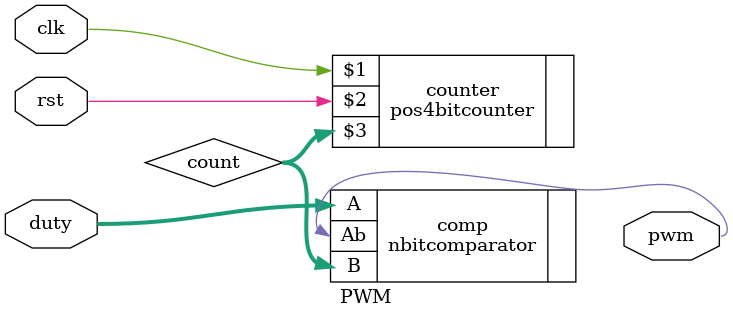
<source format=v>
`timescale 1ns / 1ps


module PWM(
    input clk,rst,
    input [3:0] duty,
    output pwm
    );
    
    wire [3:0] count;
    
    pos4bitcounter counter(clk,rst,count);
    nbitcomparator comp(.A(duty),.B(count),.Ab(pwm));
    
endmodule
</source>
